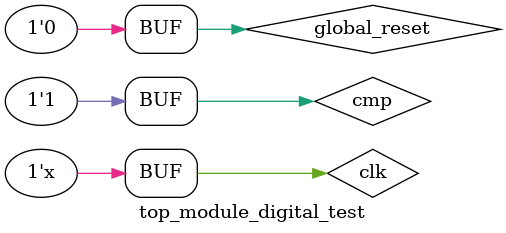
<source format=v>
`timescale 1ns / 1ps


module top_module_digital_test;

	// Inputs
	reg clk;
	reg global_reset;
	reg cmp;

	// Outputs
	wire [3:0] sar_state;

	// Instantiate the Unit Under Test (UUT)
	top_module_digital uut (
		.clk(clk), 
		.global_reset(global_reset), 
		.cmp(cmp), 
		.sar_state(sar_state)
	);

	initial 
	
	begin
		// Initialize Inputs
		clk = 0;
		global_reset = 0;
		
		#2;
      global_reset=1;
		#1;
		 global_reset=0;
		

	end
	
	initial 
	begin
	cmp=0;
	#2;
	#2.7;
	cmp=1;
	#1;
	cmp=0;
	#1.9;
	cmp=1;
	#1;
	cmp=0;
	#2.2;
	cmp=1;
	
	
	end
	
	
	 always #0.05 clk = ~clk;  
      
endmodule


</source>
